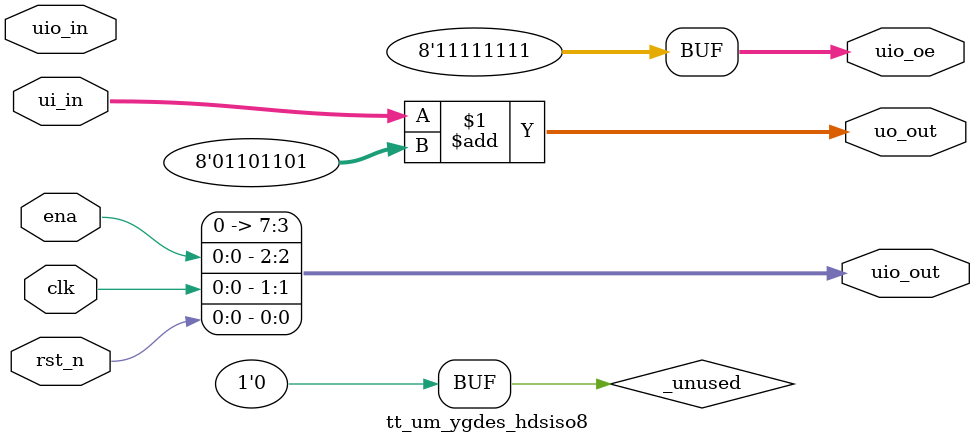
<source format=v>
/*
 * Copyright (c) 2026 Yann Guidon
 * SPDX-License-Identifier: Apache-2.0
 */

`default_nettype none

module tt_um_ygdes_hdsiso8 (
    input  wire [7:0] ui_in,    // Dedicated inputs
    output wire [7:0] uo_out,   // Dedicated outputs
    input  wire [7:0] uio_in,   // IOs: Input path
    output wire [7:0] uio_out,  // IOs: Output path
    output wire [7:0] uio_oe,   // IOs: Enable path (active high: 0=input, 1=output)
    input  wire       ena,      // always 1 when the design is powered, so you can ignore it
    input  wire       clk,      // clock
    input  wire       rst_n     // reset_n - low to reset
);

//  ui[0]: "CLK_SEL"
//  ui[1]: "EXT_CLK"
//  ui[2]: "EXT_RST"
//  ui[3]: "D_IN"

//  ui[6]: "LFSR_EN"
//  ui[7]: "DIN_SEL"

//  uo[0]: "D_OUT"
//  uo[1]: "GRAY0"
//  uo[2]: "GRAY1"
//  uo[3]: "GRAY2"
//  uo[4]: "CLK_OUT"

//  uo[6]: "LFSR_PERIOD"
//  uo[7]: "LFSR_BIT"

//  uio[0]: "PULSE0"
//  uio[1]: "PULSE1"
//  uio[2]: "PULSE2"
//  uio[3]: "PULSE3"
//  uio[4]: "PULSE4"
//  uio[5]: "PULSE5"
//  uio[6]: "PULSE6"
//  uio[7]: "PULSE7"
    
  assign uo_out  = ui_in + 8'b01101101;
  assign uio_out = {5'b00000, ena, clk, rst_n}; // en attendant de sortir les pulses
  assign uio_oe  = 8'b11111111; // tout en sortie !

  // List all unused inputs to prevent warnings
    // wire _unused = &{ena, clk, rst_n, 1'b0}; ==> envoyés sur uio_out
  wire _unused = &{uio_in, 1'b0};

endmodule

</source>
